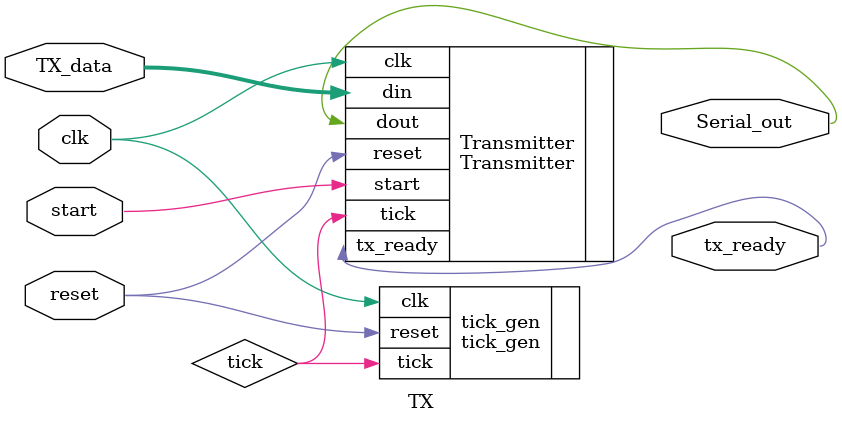
<source format=v>
`timescale 1ns / 1ps
module TX(
    input clk,
    input reset,
    input start,
    input [7:0] TX_data,
    output tx_ready,
    output Serial_out
    );
parameter baudrate = 9600 ;
parameter freq = 50000000 ;
wire tick;
Transmitter Transmitter (
    .clk(clk), 
    .reset(reset), 
    .tick(tick), 
    .start(start), 
    .din(TX_data), 
    .tx_ready(tx_ready), 
    .dout(Serial_out)
    );
tick_gen#(freq/baudrate) tick_gen (
    .reset(reset), 
    .clk(clk), 
    .tick(tick)
    );

endmodule

</source>
